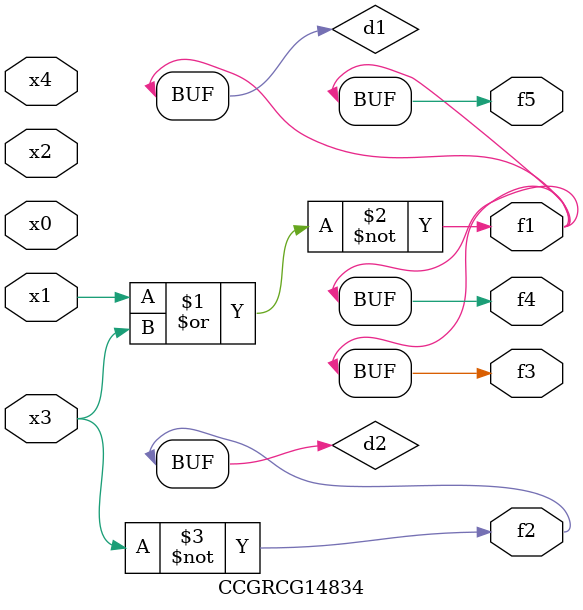
<source format=v>
module CCGRCG14834(
	input x0, x1, x2, x3, x4,
	output f1, f2, f3, f4, f5
);

	wire d1, d2;

	nor (d1, x1, x3);
	not (d2, x3);
	assign f1 = d1;
	assign f2 = d2;
	assign f3 = d1;
	assign f4 = d1;
	assign f5 = d1;
endmodule

</source>
